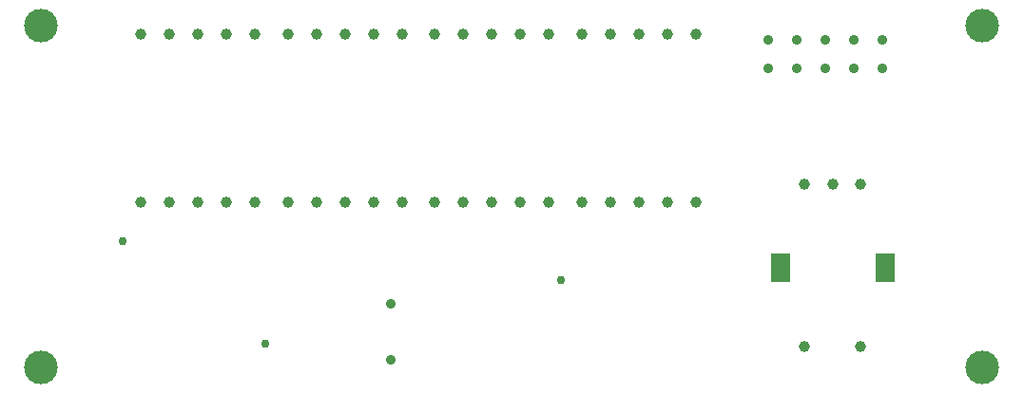
<source format=gbr>
%TF.GenerationSoftware,Altium Limited,Altium Designer,22.4.2 (48)*%
G04 Layer_Color=0*
%FSLAX26Y26*%
%MOIN*%
%TF.SameCoordinates,DC04713F-A1B7-43D7-85F6-64DFF616D11F*%
%TF.FilePolarity,Positive*%
%TF.FileFunction,Plated,1,2,PTH,Drill*%
%TF.Part,Single*%
G01*
G75*
%TA.AperFunction,OtherDrill,Pad Free-21 (1150mil,3650mil)*%
%ADD41C,0.118110*%
%TA.AperFunction,OtherDrill,Pad Free-20 (4450mil,3650mil)*%
%ADD42C,0.118110*%
%TA.AperFunction,OtherDrill,Pad Free-19 (4450mil,4850mil)*%
%ADD43C,0.118110*%
%TA.AperFunction,OtherDrill,Pad Free-18 (1150mil,4850mil)*%
%ADD44C,0.118110*%
%TA.AperFunction,ComponentDrill*%
%ADD45C,0.035433*%
%ADD46R,0.070866X0.102362*%
%ADD47C,0.039370*%
%ADD48C,0.039370*%
%ADD49C,0.035000*%
%TA.AperFunction,ViaDrill,NotFilled*%
%ADD50C,0.030000*%
D41*
X1150000Y3650000D02*
D03*
D42*
X4450000D02*
D03*
D43*
Y4850000D02*
D03*
D44*
X1150000D02*
D03*
D45*
X2377000Y3676574D02*
D03*
Y3873426D02*
D03*
D46*
X4108070Y4000000D02*
D03*
X3741930D02*
D03*
D47*
X3925000Y4295276D02*
D03*
X3826574D02*
D03*
X4023426D02*
D03*
X3826574Y3724410D02*
D03*
X4023426D02*
D03*
D48*
X3046000Y4230448D02*
D03*
X3146000D02*
D03*
X3246000D02*
D03*
X3346000D02*
D03*
X3446000D02*
D03*
Y4821000D02*
D03*
X3346000D02*
D03*
X3246000D02*
D03*
X3146000D02*
D03*
X3046000D02*
D03*
X2530000Y4230448D02*
D03*
X2630000D02*
D03*
X2730000D02*
D03*
X2830000D02*
D03*
X2930000D02*
D03*
Y4821000D02*
D03*
X2830000D02*
D03*
X2730000D02*
D03*
X2630000D02*
D03*
X2530000D02*
D03*
X2014000Y4230448D02*
D03*
X2114000D02*
D03*
X2214000D02*
D03*
X2314000D02*
D03*
X2414000D02*
D03*
Y4821000D02*
D03*
X2314000D02*
D03*
X2214000D02*
D03*
X2114000D02*
D03*
X2014000D02*
D03*
X1498426Y4229724D02*
D03*
X1598426D02*
D03*
X1698426D02*
D03*
X1798426D02*
D03*
X1898426D02*
D03*
Y4820276D02*
D03*
X1798426D02*
D03*
X1698426D02*
D03*
X1598426D02*
D03*
X1498426D02*
D03*
D49*
X3700000Y4800000D02*
D03*
X3800000D02*
D03*
X3900000D02*
D03*
X4000000D02*
D03*
X4100000D02*
D03*
Y4700000D02*
D03*
X4000000D02*
D03*
X3900000D02*
D03*
X3800000D02*
D03*
X3700000D02*
D03*
D50*
X1935000Y3734000D02*
D03*
X2972000Y3956504D02*
D03*
X1434000Y4093000D02*
D03*
%TF.MD5,8df7abe646b1e2a09dc90e0997463f14*%
M02*

</source>
